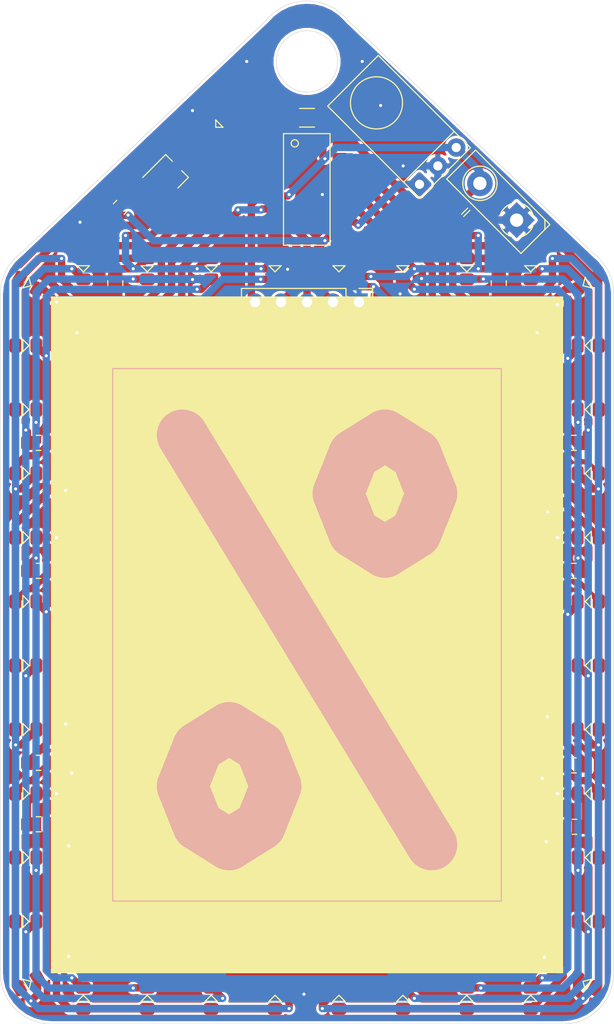
<source format=kicad_pcb>
(kicad_pcb (version 20171130) (host pcbnew 5.1.9+dfsg1-1+deb11u1)
  (layers (0 F.Cu signal) (31 B.Cu signal) (34 B.Paste user) (35 F.Paste user) (36 B.SilkS user) (37 F.SilkS user) (38 B.Mask user) (39 F.Mask user) (44 Edge.Cuts user))
  (net 0 "")
  (net 1 GND)
  (net 2 "Net-(D1-Pad2)")
  (net 3 "Net-(D1-Pad1)")
  (net 4 "Net-(D10-Pad2)")
  (net 5 "Net-(D11-Pad2)")
  (net 6 "Net-(D12-Pad2)")
  (net 7 "Net-(D13-Pad2)")
  (net 8 "Net-(D14-Pad2)")
  (net 9 "Net-(D15-Pad2)")
  (net 10 "Net-(D16-Pad2)")
  (net 11 "Net-(D10-Pad1)")
  (net 12 "Net-(D17-Pad1)")
  (net 13 "Net-(D25-Pad1)")
  (net 14 "Net-(D33-Pad1)")
  (net 15 +5V)
  (net 16 "Net-(D22-Pad2)")
  (net 17 "Net-(D5-Pad1)")
  (net 18 "Net-(D17-Pad2)")
  (net 19 "Net-(D13-Pad1)")
  (net 20 "Net-(D21-Pad1)")
  (net 21 "Net-(D29-Pad1)")
  (net 22 "Net-(D37-Pad1)")
  (net 23 "Net-(D41-Pad2)")
  (net 24 "Net-(D41-Pad1)")
  (net 25 "Net-(J1-Pad4)")
  (net 26 "Net-(J1-Pad3)")
  (net 27 "Net-(J1-Pad2)")
  (net 28 "Net-(Q1-Pad1)")
  (net 29 "Net-(U1-Pad10)")
  (module label1:SOP-16 (layer F.Cu) (at 55 43.5)
    (fp_text reference U1 hide)
    (fp_text value pfs154-s16 hide)
    (pad 16 smd rect (at 3.15 -4.45) (size 1.3 0.8) (layers F.Cu F.Paste F.Mask) (net 6 "Net-(D12-Pad2)"))
    (pad 15 smd rect (at 3.15 -3.17) (size 1.3 0.8) (layers F.Cu F.Paste F.Mask) (net 5 "Net-(D11-Pad2)"))
    (pad 14 smd rect (at 3.15 -1.91) (size 1.3 0.8) (layers F.Cu F.Paste F.Mask) (net 4 "Net-(D10-Pad2)"))
    (pad 13 smd rect (at 3.15 -0.64) (size 1.3 0.8) (layers F.Cu F.Paste F.Mask) (net 2 "Net-(D1-Pad2)"))
    (pad 12 smd rect (at 3.15 0.64) (size 1.3 0.8) (layers F.Cu F.Paste F.Mask) (net 1 GND))
    (pad 11 smd rect (at 3.15 1.91) (size 1.3 0.8) (layers F.Cu F.Paste F.Mask) (net 18 "Net-(D17-Pad2)"))
    (pad 10 smd rect (at 3.15 3.17) (size 1.3 0.8) (layers F.Cu F.Paste F.Mask) (net 29 "Net-(U1-Pad10)"))
    (pad 9 smd rect (at 3.15 4.45) (size 1.3 0.8) (layers F.Cu F.Paste F.Mask) (net 27 "Net-(J1-Pad2)"))
    (pad 8 smd rect (at -3.15 4.45) (size 1.3 0.8) (layers F.Cu F.Paste F.Mask) (net 25 "Net-(J1-Pad4)"))
    (pad 7 smd rect (at -3.15 3.17) (size 1.3 0.8) (layers F.Cu F.Paste F.Mask) (net 26 "Net-(J1-Pad3)"))
    (pad 6 smd rect (at -3.15 1.91) (size 1.3 0.8) (layers F.Cu F.Paste F.Mask) (net 10 "Net-(D16-Pad2)"))
    (pad 5 smd rect (at -3.15 0.64) (size 1.3 0.8) (layers F.Cu F.Paste F.Mask) (net 15 +5V))
    (pad 4 smd rect (at -3.15 -0.64) (size 1.3 0.8) (layers F.Cu F.Paste F.Mask) (net 9 "Net-(D15-Pad2)"))
    (pad 3 smd rect (at -3.15 -1.91) (size 1.3 0.8) (layers F.Cu F.Paste F.Mask) (net 8 "Net-(D14-Pad2)"))
    (pad 2 smd rect (at -3.15 -3.17) (size 1.3 0.8) (layers F.Cu F.Paste F.Mask) (net 16 "Net-(D22-Pad2)"))
    (pad 1 smd rect (at -3.15 -4.45) (size 1.3 0.8) (layers F.Cu F.Paste F.Mask) (net 7 "Net-(D13-Pad2)"))
  )
  (module label1:IR_receiver (layer F.Cu) (at 66 43 45)
    (fp_text reference U2 hide)
    (fp_text value TSDP341xx hide)
    (pad 3 thru_hole circle (at 5.08 0 45) (size 1.8 1.8) (drill 0.9) (layers *.Cu *.Mask) (net 15 +5V))
    (pad 2 thru_hole circle (at 2.54 0 45) (size 1.8 1.8) (drill 0.9) (layers *.Cu *.Mask) (net 1 GND))
    (pad 1 thru_hole roundrect (at 0 0 45) (size 1.8 1.8) (drill 0.9) (layers *.Cu *.Mask) (roundrect_rratio 0.138) (net 29 "Net-(U1-Pad10)"))
  )
  (module label1:SOT-23 (layer F.Cu) (at 41.75 41.75 45)
    (fp_text reference Q1 hide)
    (fp_text value Q_NMOS_GSD hide)
    (pad 3 smd rect (at 1.5 0 45) (size 1.9 0.8) (layers F.Cu F.Paste F.Mask) (net 24 "Net-(D41-Pad1)"))
    (pad 2 smd rect (at -1.5 0.95 45) (size 1.9 0.8) (layers F.Cu F.Paste F.Mask) (net 1 GND))
    (pad 1 smd rect (at -1.5 -0.95 45) (size 1.9 0.8) (layers F.Cu F.Paste F.Mask) (net 28 "Net-(Q1-Pad1)"))
  )
  (module label1:LED_2835 (layer F.Cu) (at 46.25 37.25 45)
    (fp_text reference D41 hide)
    (fp_text value LED hide)
    (pad 2 smd rect (at 1.5 0 45) (size 2.2 2.2) (layers F.Cu F.Paste F.Mask) (net 23 "Net-(D41-Pad2)"))
    (pad 1 smd rect (at -1.2 0 45) (size 1.6 2.2) (layers F.Cu F.Paste F.Mask) (net 24 "Net-(D41-Pad1)"))
  )
  (module label1:C_0805 (layer F.Cu) (at 70.5 45.75 315)
    (fp_text reference C1 hide)
    (fp_text value 100n hide)
    (pad 2 smd roundrect (at 1.1 0 315) (size 1.2 1.4) (layers F.Cu F.Paste F.Mask) (roundrect_rratio 0.208) (net 1 GND))
    (pad 1 smd roundrect (at -1.1 0 315) (size 1.2 1.4) (layers F.Cu F.Paste F.Mask) (roundrect_rratio 0.208) (net 15 +5V))
  )
  (module label1:R_1206 (layer F.Cu) (at 55 36.5 180)
    (fp_text reference R13 hide)
    (fp_text value 27 hide)
    (pad 2 smd roundrect (at 1.55 0 180) (size 1.3 1.75) (layers F.Cu F.Paste F.Mask) (roundrect_rratio 0.1923076923076923) (net 23 "Net-(D41-Pad2)"))
    (pad 1 smd roundrect (at -1.55 0 180) (size 1.3 1.75) (layers F.Cu F.Paste F.Mask) (roundrect_rratio 0.1923076923076923) (net 15 +5V))
  )
  (module label1:battcon (layer F.Cu) (at 75.5 46.5 135)
    (fp_text reference J2 hide)
    (fp_text value Conn_01x02_Male hide)
    (pad 2 thru_hole circle (at 5.08 0 135) (size 2.5 2.5) (drill 1.3) (layers *.Cu *.Mask) (net 15 +5V))
    (pad 1 thru_hole rect (at 0 0 135) (size 2.5 2.5) (drill 1.3) (layers *.Cu *.Mask) (net 1 GND))
  )
  (module label1:PinHeader_1x05 (layer F.Cu) (at 60.08 54.5 270)
    (fp_text reference J1 hide)
    (fp_text value Conn_01x05_Male hide)
    (pad 5 thru_hole oval (at 0 10.16 270) (size 1.7 1.7) (drill 1) (layers *.Cu *.Mask) (net 15 +5V))
    (pad 4 thru_hole oval (at 0 7.62 270) (size 1.7 1.7) (drill 1) (layers *.Cu *.Mask) (net 25 "Net-(J1-Pad4)"))
    (pad 3 thru_hole oval (at 0 5.08 270) (size 1.7 1.7) (drill 1) (layers *.Cu *.Mask) (net 26 "Net-(J1-Pad3)"))
    (pad 2 thru_hole oval (at 0 2.54 270) (size 1.7 1.7) (drill 1) (layers *.Cu *.Mask) (net 27 "Net-(J1-Pad2)"))
    (pad 1 thru_hole rect (at 0 0 270) (size 1.7 1.7) (drill 1) (layers *.Cu *.Mask) (net 1 GND))
  )
  (module label1:R_0805 (layer F.Cu) (at 36.75 45.25 45)
    (fp_text reference R12 hide)
    (fp_text value 1k hide)
    (pad 2 smd roundrect (at 1.1 0 45) (size 1.2 1.4) (layers F.Cu F.Paste F.Mask) (roundrect_rratio 0.208) (net 28 "Net-(Q1-Pad1)"))
    (pad 1 smd roundrect (at -1.1 0 45) (size 1.2 1.4) (layers F.Cu F.Paste F.Mask) (roundrect_rratio 0.208) (net 27 "Net-(J1-Pad2)"))
  )
  (module label1:R_0805 (layer F.Cu) (at 28.75 105.5 180)
    (fp_text reference R10 hide)
    (fp_text value 220 hide)
    (pad 2 smd roundrect (at 1.1 0 180) (size 1.2 1.4) (layers F.Cu F.Paste F.Mask) (roundrect_rratio 0.208) (net 22 "Net-(D37-Pad1)"))
    (pad 1 smd roundrect (at -1.1 0 180) (size 1.2 1.4) (layers F.Cu F.Paste F.Mask) (roundrect_rratio 0.208) (net 10 "Net-(D16-Pad2)"))
  )
  (module label1:R_0805 (layer F.Cu) (at 28.75 99.5 180)
    (fp_text reference R9 hide)
    (fp_text value 220 hide)
    (pad 2 smd roundrect (at 1.1 0 180) (size 1.2 1.4) (layers F.Cu F.Paste F.Mask) (roundrect_rratio 0.208) (net 21 "Net-(D29-Pad1)"))
    (pad 1 smd roundrect (at -1.1 0 180) (size 1.2 1.4) (layers F.Cu F.Paste F.Mask) (roundrect_rratio 0.208) (net 9 "Net-(D15-Pad2)"))
  )
  (module label1:R_0805 (layer F.Cu) (at 28.75 80.75 180)
    (fp_text reference R8 hide)
    (fp_text value 220 hide)
    (pad 2 smd roundrect (at 1.1 0 180) (size 1.2 1.4) (layers F.Cu F.Paste F.Mask) (roundrect_rratio 0.208) (net 20 "Net-(D21-Pad1)"))
    (pad 1 smd roundrect (at -1.1 0 180) (size 1.2 1.4) (layers F.Cu F.Paste F.Mask) (roundrect_rratio 0.208) (net 8 "Net-(D14-Pad2)"))
  )
  (module label1:R_0805 (layer F.Cu) (at 28.75 68.25 180)
    (fp_text reference R7 hide)
    (fp_text value 220 hide)
    (pad 2 smd roundrect (at 1.1 0 180) (size 1.2 1.4) (layers F.Cu F.Paste F.Mask) (roundrect_rratio 0.208) (net 19 "Net-(D13-Pad1)"))
    (pad 1 smd roundrect (at -1.1 0 180) (size 1.2 1.4) (layers F.Cu F.Paste F.Mask) (roundrect_rratio 0.208) (net 16 "Net-(D22-Pad2)"))
  )
  (module label1:R_0805 (layer F.Cu) (at 36.25 52.65 270)
    (fp_text reference R6 hide)
    (fp_text value 220 hide)
    (pad 2 smd roundrect (at 1.1 0 270) (size 1.2 1.4) (layers F.Cu F.Paste F.Mask) (roundrect_rratio 0.208) (net 17 "Net-(D5-Pad1)"))
    (pad 1 smd roundrect (at -1.1 0 270) (size 1.2 1.4) (layers F.Cu F.Paste F.Mask) (roundrect_rratio 0.208) (net 7 "Net-(D13-Pad2)"))
  )
  (module label1:R_0805 (layer F.Cu) (at 73.75 52.65 270)
    (fp_text reference R5 hide)
    (fp_text value 220 hide)
    (pad 2 smd roundrect (at 1.1 0 270) (size 1.2 1.4) (layers F.Cu F.Paste F.Mask) (roundrect_rratio 0.208) (net 14 "Net-(D33-Pad1)"))
    (pad 1 smd roundrect (at -1.1 0 270) (size 1.2 1.4) (layers F.Cu F.Paste F.Mask) (roundrect_rratio 0.208) (net 6 "Net-(D12-Pad2)"))
  )
  (module label1:R_0805 (layer F.Cu) (at 81.1 68.25)
    (fp_text reference R4 hide)
    (fp_text value 220 hide)
    (pad 2 smd roundrect (at 1.1 0) (size 1.2 1.4) (layers F.Cu F.Paste F.Mask) (roundrect_rratio 0.208) (net 13 "Net-(D25-Pad1)"))
    (pad 1 smd roundrect (at -1.1 0) (size 1.2 1.4) (layers F.Cu F.Paste F.Mask) (roundrect_rratio 0.208) (net 5 "Net-(D11-Pad2)"))
  )
  (module label1:R_0805 (layer F.Cu) (at 81.1 80.75)
    (fp_text reference R3 hide)
    (fp_text value 220 hide)
    (pad 2 smd roundrect (at 1.1 0) (size 1.2 1.4) (layers F.Cu F.Paste F.Mask) (roundrect_rratio 0.208) (net 12 "Net-(D17-Pad1)"))
    (pad 1 smd roundrect (at -1.1 0) (size 1.2 1.4) (layers F.Cu F.Paste F.Mask) (roundrect_rratio 0.208) (net 4 "Net-(D10-Pad2)"))
  )
  (module label1:R_0805 (layer F.Cu) (at 81.1 99.75)
    (fp_text reference R2 hide)
    (fp_text value 220 hide)
    (pad 2 smd roundrect (at 1.1 0) (size 1.2 1.4) (layers F.Cu F.Paste F.Mask) (roundrect_rratio 0.208) (net 11 "Net-(D10-Pad1)"))
    (pad 1 smd roundrect (at -1.1 0) (size 1.2 1.4) (layers F.Cu F.Paste F.Mask) (roundrect_rratio 0.208) (net 2 "Net-(D1-Pad2)"))
  )
  (module label1:R_0805 (layer F.Cu) (at 81.15 105.75)
    (fp_text reference R1 hide)
    (fp_text value 220 hide)
    (pad 2 smd roundrect (at 1.1 0) (size 1.2 1.4) (layers F.Cu F.Paste F.Mask) (roundrect_rratio 0.208) (net 3 "Net-(D1-Pad1)"))
    (pad 1 smd roundrect (at -1.1 0) (size 1.2 1.4) (layers F.Cu F.Paste F.Mask) (roundrect_rratio 0.208) (net 18 "Net-(D17-Pad2)"))
  )
  (module label1:D_0805 (layer F.Cu) (at 27.5 102.5 180)
    (fp_text reference D40 hide)
    (fp_text value LED_Small hide)
    (pad 2 smd roundrect (at 1.025 0 180) (size 1.15 1.4) (layers F.Cu F.Paste F.Mask) (roundrect_rratio 0.2173904347826087) (net 9 "Net-(D15-Pad2)"))
    (pad 1 smd roundrect (at -1.025 0 180) (size 1.15 1.4) (layers F.Cu F.Paste F.Mask) (roundrect_rratio 0.2173904347826087) (net 22 "Net-(D37-Pad1)"))
  )
  (module label1:D_0805 (layer F.Cu) (at 27.5 77.5 180)
    (fp_text reference D39 hide)
    (fp_text value LED_Small hide)
    (pad 2 smd roundrect (at 1.025 0 180) (size 1.15 1.4) (layers F.Cu F.Paste F.Mask) (roundrect_rratio 0.2173904347826087) (net 8 "Net-(D14-Pad2)"))
    (pad 1 smd roundrect (at -1.025 0 180) (size 1.15 1.4) (layers F.Cu F.Paste F.Mask) (roundrect_rratio 0.2173904347826087) (net 22 "Net-(D37-Pad1)"))
  )
  (module label1:D_0805 (layer F.Cu) (at 27.75 52.75 150)
    (fp_text reference D38 hide)
    (fp_text value LED_Small hide)
    (pad 2 smd roundrect (at 1.025 0 150) (size 1.15 1.4) (layers F.Cu F.Paste F.Mask) (roundrect_rratio 0.2173904347826087) (net 16 "Net-(D22-Pad2)"))
    (pad 1 smd roundrect (at -1.025 0 150) (size 1.15 1.4) (layers F.Cu F.Paste F.Mask) (roundrect_rratio 0.2173904347826087) (net 22 "Net-(D37-Pad1)"))
  )
  (module label1:D_0805 (layer F.Cu) (at 51.875 51.25 90)
    (fp_text reference D37 hide)
    (fp_text value LED_Small hide)
    (pad 2 smd roundrect (at 1.025 0 90) (size 1.15 1.4) (layers F.Cu F.Paste F.Mask) (roundrect_rratio 0.2173904347826087) (net 7 "Net-(D13-Pad2)"))
    (pad 1 smd roundrect (at -1.025 0 90) (size 1.15 1.4) (layers F.Cu F.Paste F.Mask) (roundrect_rratio 0.2173904347826087) (net 22 "Net-(D37-Pad1)"))
  )
  (module label1:D_0805 (layer F.Cu) (at 82.5 71.25)
    (fp_text reference D36 hide)
    (fp_text value LED_Small hide)
    (pad 2 smd roundrect (at 1.025 0) (size 1.15 1.4) (layers F.Cu F.Paste F.Mask) (roundrect_rratio 0.2173904347826087) (net 5 "Net-(D11-Pad2)"))
    (pad 1 smd roundrect (at -1.025 0) (size 1.15 1.4) (layers F.Cu F.Paste F.Mask) (roundrect_rratio 0.2173904347826087) (net 14 "Net-(D33-Pad1)"))
  )
  (module label1:D_0805 (layer F.Cu) (at 82.5 96.25)
    (fp_text reference D35 hide)
    (fp_text value LED_Small hide)
    (pad 2 smd roundrect (at 1.025 0) (size 1.15 1.4) (layers F.Cu F.Paste F.Mask) (roundrect_rratio 0.2173904347826087) (net 4 "Net-(D10-Pad2)"))
    (pad 1 smd roundrect (at -1.025 0) (size 1.15 1.4) (layers F.Cu F.Paste F.Mask) (roundrect_rratio 0.2173904347826087) (net 14 "Net-(D33-Pad1)"))
  )
  (module label1:D_0805 (layer F.Cu) (at 82.25 121 330)
    (fp_text reference D34 hide)
    (fp_text value LED_Small hide)
    (pad 2 smd roundrect (at 1.025 0 330) (size 1.15 1.4) (layers F.Cu F.Paste F.Mask) (roundrect_rratio 0.2173904347826087) (net 2 "Net-(D1-Pad2)"))
    (pad 1 smd roundrect (at -1.025 0 330) (size 1.15 1.4) (layers F.Cu F.Paste F.Mask) (roundrect_rratio 0.2173904347826087) (net 14 "Net-(D33-Pad1)"))
  )
  (module label1:D_0805 (layer F.Cu) (at 58.125 122.5 270)
    (fp_text reference D33 hide)
    (fp_text value LED_Small hide)
    (pad 2 smd roundrect (at 1.025 0 270) (size 1.15 1.4) (layers F.Cu F.Paste F.Mask) (roundrect_rratio 0.2173904347826087) (net 18 "Net-(D17-Pad2)"))
    (pad 1 smd roundrect (at -1.025 0 270) (size 1.15 1.4) (layers F.Cu F.Paste F.Mask) (roundrect_rratio 0.2173904347826087) (net 14 "Net-(D33-Pad1)"))
  )
  (module label1:D_0805 (layer F.Cu) (at 33.125 122.5 270)
    (fp_text reference D32 hide)
    (fp_text value LED_Small hide)
    (pad 2 smd roundrect (at 1.025 0 270) (size 1.15 1.4) (layers F.Cu F.Paste F.Mask) (roundrect_rratio 0.2173904347826087) (net 10 "Net-(D16-Pad2)"))
    (pad 1 smd roundrect (at -1.025 0 270) (size 1.15 1.4) (layers F.Cu F.Paste F.Mask) (roundrect_rratio 0.2173904347826087) (net 21 "Net-(D29-Pad1)"))
  )
  (module label1:D_0805 (layer F.Cu) (at 27.5 83.75 180)
    (fp_text reference D31 hide)
    (fp_text value LED_Small hide)
    (pad 2 smd roundrect (at 1.025 0 180) (size 1.15 1.4) (layers F.Cu F.Paste F.Mask) (roundrect_rratio 0.2173904347826087) (net 8 "Net-(D14-Pad2)"))
    (pad 1 smd roundrect (at -1.025 0 180) (size 1.15 1.4) (layers F.Cu F.Paste F.Mask) (roundrect_rratio 0.2173904347826087) (net 21 "Net-(D29-Pad1)"))
  )
  (module label1:D_0805 (layer F.Cu) (at 27.5 58.75 180)
    (fp_text reference D30 hide)
    (fp_text value LED_Small hide)
    (pad 2 smd roundrect (at 1.025 0 180) (size 1.15 1.4) (layers F.Cu F.Paste F.Mask) (roundrect_rratio 0.2173904347826087) (net 16 "Net-(D22-Pad2)"))
    (pad 1 smd roundrect (at -1.025 0 180) (size 1.15 1.4) (layers F.Cu F.Paste F.Mask) (roundrect_rratio 0.2173904347826087) (net 21 "Net-(D29-Pad1)"))
  )
  (module label1:D_0805 (layer F.Cu) (at 45.625 51.25 90)
    (fp_text reference D29 hide)
    (fp_text value LED_Small hide)
    (pad 2 smd roundrect (at 1.025 0 90) (size 1.15 1.4) (layers F.Cu F.Paste F.Mask) (roundrect_rratio 0.2173904347826087) (net 7 "Net-(D13-Pad2)"))
    (pad 1 smd roundrect (at -1.025 0 90) (size 1.15 1.4) (layers F.Cu F.Paste F.Mask) (roundrect_rratio 0.2173904347826087) (net 21 "Net-(D29-Pad1)"))
  )
  (module label1:D_0805 (layer F.Cu) (at 76.875 51.25 90)
    (fp_text reference D28 hide)
    (fp_text value LED_Small hide)
    (pad 2 smd roundrect (at 1.025 0 90) (size 1.15 1.4) (layers F.Cu F.Paste F.Mask) (roundrect_rratio 0.2173904347826087) (net 6 "Net-(D12-Pad2)"))
    (pad 1 smd roundrect (at -1.025 0 90) (size 1.15 1.4) (layers F.Cu F.Paste F.Mask) (roundrect_rratio 0.2173904347826087) (net 13 "Net-(D25-Pad1)"))
  )
  (module label1:D_0805 (layer F.Cu) (at 82.5 90)
    (fp_text reference D27 hide)
    (fp_text value LED_Small hide)
    (pad 2 smd roundrect (at 1.025 0) (size 1.15 1.4) (layers F.Cu F.Paste F.Mask) (roundrect_rratio 0.2173904347826087) (net 4 "Net-(D10-Pad2)"))
    (pad 1 smd roundrect (at -1.025 0) (size 1.15 1.4) (layers F.Cu F.Paste F.Mask) (roundrect_rratio 0.2173904347826087) (net 13 "Net-(D25-Pad1)"))
  )
  (module label1:D_0805 (layer F.Cu) (at 82.5 115)
    (fp_text reference D26 hide)
    (fp_text value LED_Small hide)
    (pad 2 smd roundrect (at 1.025 0) (size 1.15 1.4) (layers F.Cu F.Paste F.Mask) (roundrect_rratio 0.2173904347826087) (net 2 "Net-(D1-Pad2)"))
    (pad 1 smd roundrect (at -1.025 0) (size 1.15 1.4) (layers F.Cu F.Paste F.Mask) (roundrect_rratio 0.2173904347826087) (net 13 "Net-(D25-Pad1)"))
  )
  (module label1:D_0805 (layer F.Cu) (at 64.375 122.5 270)
    (fp_text reference D25 hide)
    (fp_text value LED_Small hide)
    (pad 2 smd roundrect (at 1.025 0 270) (size 1.15 1.4) (layers F.Cu F.Paste F.Mask) (roundrect_rratio 0.2173904347826087) (net 18 "Net-(D17-Pad2)"))
    (pad 1 smd roundrect (at -1.025 0 270) (size 1.15 1.4) (layers F.Cu F.Paste F.Mask) (roundrect_rratio 0.2173904347826087) (net 13 "Net-(D25-Pad1)"))
  )
  (module label1:D_0805 (layer F.Cu) (at 39.375 122.5 270)
    (fp_text reference D24 hide)
    (fp_text value LED_Small hide)
    (pad 2 smd roundrect (at 1.025 0 270) (size 1.15 1.4) (layers F.Cu F.Paste F.Mask) (roundrect_rratio 0.2173904347826087) (net 10 "Net-(D16-Pad2)"))
    (pad 1 smd roundrect (at -1.025 0 270) (size 1.15 1.4) (layers F.Cu F.Paste F.Mask) (roundrect_rratio 0.2173904347826087) (net 20 "Net-(D21-Pad1)"))
  )
  (module label1:D_0805 (layer F.Cu) (at 27.5 108.75 180)
    (fp_text reference D23 hide)
    (fp_text value LED_Small hide)
    (pad 2 smd roundrect (at 1.025 0 180) (size 1.15 1.4) (layers F.Cu F.Paste F.Mask) (roundrect_rratio 0.2173904347826087) (net 9 "Net-(D15-Pad2)"))
    (pad 1 smd roundrect (at -1.025 0 180) (size 1.15 1.4) (layers F.Cu F.Paste F.Mask) (roundrect_rratio 0.2173904347826087) (net 20 "Net-(D21-Pad1)"))
  )
  (module label1:D_0805 (layer F.Cu) (at 27.5 65 180)
    (fp_text reference D22 hide)
    (fp_text value LED_Small hide)
    (pad 2 smd roundrect (at 1.025 0 180) (size 1.15 1.4) (layers F.Cu F.Paste F.Mask) (roundrect_rratio 0.2173904347826087) (net 16 "Net-(D22-Pad2)"))
    (pad 1 smd roundrect (at -1.025 0 180) (size 1.15 1.4) (layers F.Cu F.Paste F.Mask) (roundrect_rratio 0.2173904347826087) (net 20 "Net-(D21-Pad1)"))
  )
  (module label1:D_0805 (layer F.Cu) (at 39.375 51.25 90)
    (fp_text reference D21 hide)
    (fp_text value LED_Small hide)
    (pad 2 smd roundrect (at 1.025 0 90) (size 1.15 1.4) (layers F.Cu F.Paste F.Mask) (roundrect_rratio 0.2173904347826087) (net 7 "Net-(D13-Pad2)"))
    (pad 1 smd roundrect (at -1.025 0 90) (size 1.15 1.4) (layers F.Cu F.Paste F.Mask) (roundrect_rratio 0.2173904347826087) (net 20 "Net-(D21-Pad1)"))
  )
  (module label1:D_0805 (layer F.Cu) (at 70.625 51.25 90)
    (fp_text reference D20 hide)
    (fp_text value LED_Small hide)
    (pad 2 smd roundrect (at 1.025 0 90) (size 1.15 1.4) (layers F.Cu F.Paste F.Mask) (roundrect_rratio 0.2173904347826087) (net 6 "Net-(D12-Pad2)"))
    (pad 1 smd roundrect (at -1.025 0 90) (size 1.15 1.4) (layers F.Cu F.Paste F.Mask) (roundrect_rratio 0.2173904347826087) (net 12 "Net-(D17-Pad1)"))
  )
  (module label1:D_0805 (layer F.Cu) (at 82.5 65)
    (fp_text reference D19 hide)
    (fp_text value LED_Small hide)
    (pad 2 smd roundrect (at 1.025 0) (size 1.15 1.4) (layers F.Cu F.Paste F.Mask) (roundrect_rratio 0.2173904347826087) (net 5 "Net-(D11-Pad2)"))
    (pad 1 smd roundrect (at -1.025 0) (size 1.15 1.4) (layers F.Cu F.Paste F.Mask) (roundrect_rratio 0.2173904347826087) (net 12 "Net-(D17-Pad1)"))
  )
  (module label1:D_0805 (layer F.Cu) (at 82.5 108.75)
    (fp_text reference D18 hide)
    (fp_text value LED_Small hide)
    (pad 2 smd roundrect (at 1.025 0) (size 1.15 1.4) (layers F.Cu F.Paste F.Mask) (roundrect_rratio 0.2173904347826087) (net 2 "Net-(D1-Pad2)"))
    (pad 1 smd roundrect (at -1.025 0) (size 1.15 1.4) (layers F.Cu F.Paste F.Mask) (roundrect_rratio 0.2173904347826087) (net 12 "Net-(D17-Pad1)"))
  )
  (module label1:D_0805 (layer F.Cu) (at 70.625 122.5 270)
    (fp_text reference D17 hide)
    (fp_text value LED_Small hide)
    (pad 2 smd roundrect (at 1.025 0 270) (size 1.15 1.4) (layers F.Cu F.Paste F.Mask) (roundrect_rratio 0.2173904347826087) (net 18 "Net-(D17-Pad2)"))
    (pad 1 smd roundrect (at -1.025 0 270) (size 1.15 1.4) (layers F.Cu F.Paste F.Mask) (roundrect_rratio 0.2173904347826087) (net 12 "Net-(D17-Pad1)"))
  )
  (module label1:D_0805 (layer F.Cu) (at 45.625 122.5 270)
    (fp_text reference D16 hide)
    (fp_text value LED_Small hide)
    (pad 2 smd roundrect (at 1.025 0 270) (size 1.15 1.4) (layers F.Cu F.Paste F.Mask) (roundrect_rratio 0.2173904347826087) (net 10 "Net-(D16-Pad2)"))
    (pad 1 smd roundrect (at -1.025 0 270) (size 1.15 1.4) (layers F.Cu F.Paste F.Mask) (roundrect_rratio 0.2173904347826087) (net 19 "Net-(D13-Pad1)"))
  )
  (module label1:D_0805 (layer F.Cu) (at 27.5 115 180)
    (fp_text reference D15 hide)
    (fp_text value LED_Small hide)
    (pad 2 smd roundrect (at 1.025 0 180) (size 1.15 1.4) (layers F.Cu F.Paste F.Mask) (roundrect_rratio 0.2173904347826087) (net 9 "Net-(D15-Pad2)"))
    (pad 1 smd roundrect (at -1.025 0 180) (size 1.15 1.4) (layers F.Cu F.Paste F.Mask) (roundrect_rratio 0.2173904347826087) (net 19 "Net-(D13-Pad1)"))
  )
  (module label1:D_0805 (layer F.Cu) (at 27.5 90 180)
    (fp_text reference D14 hide)
    (fp_text value LED_Small hide)
    (pad 2 smd roundrect (at 1.025 0 180) (size 1.15 1.4) (layers F.Cu F.Paste F.Mask) (roundrect_rratio 0.2173904347826087) (net 8 "Net-(D14-Pad2)"))
    (pad 1 smd roundrect (at -1.025 0 180) (size 1.15 1.4) (layers F.Cu F.Paste F.Mask) (roundrect_rratio 0.2173904347826087) (net 19 "Net-(D13-Pad1)"))
  )
  (module label1:D_0805 (layer F.Cu) (at 33.125 51.25 90)
    (fp_text reference D13 hide)
    (fp_text value LED_Small hide)
    (pad 2 smd roundrect (at 1.025 0 90) (size 1.15 1.4) (layers F.Cu F.Paste F.Mask) (roundrect_rratio 0.2173904347826087) (net 7 "Net-(D13-Pad2)"))
    (pad 1 smd roundrect (at -1.025 0 90) (size 1.15 1.4) (layers F.Cu F.Paste F.Mask) (roundrect_rratio 0.2173904347826087) (net 19 "Net-(D13-Pad1)"))
  )
  (module label1:D_0805 (layer F.Cu) (at 64.375 51.25 90)
    (fp_text reference D12 hide)
    (fp_text value LED_Small hide)
    (pad 2 smd roundrect (at 1.025 0 90) (size 1.15 1.4) (layers F.Cu F.Paste F.Mask) (roundrect_rratio 0.2173904347826087) (net 6 "Net-(D12-Pad2)"))
    (pad 1 smd roundrect (at -1.025 0 90) (size 1.15 1.4) (layers F.Cu F.Paste F.Mask) (roundrect_rratio 0.2173904347826087) (net 11 "Net-(D10-Pad1)"))
  )
  (module label1:D_0805 (layer F.Cu) (at 82.5 58.75)
    (fp_text reference D11 hide)
    (fp_text value LED_Small hide)
    (pad 2 smd roundrect (at 1.025 0) (size 1.15 1.4) (layers F.Cu F.Paste F.Mask) (roundrect_rratio 0.2173904347826087) (net 5 "Net-(D11-Pad2)"))
    (pad 1 smd roundrect (at -1.025 0) (size 1.15 1.4) (layers F.Cu F.Paste F.Mask) (roundrect_rratio 0.2173904347826087) (net 11 "Net-(D10-Pad1)"))
  )
  (module label1:D_0805 (layer F.Cu) (at 82.5 83.75)
    (fp_text reference D10 hide)
    (fp_text value LED_Small hide)
    (pad 2 smd roundrect (at 1.025 0) (size 1.15 1.4) (layers F.Cu F.Paste F.Mask) (roundrect_rratio 0.2173904347826087) (net 4 "Net-(D10-Pad2)"))
    (pad 1 smd roundrect (at -1.025 0) (size 1.15 1.4) (layers F.Cu F.Paste F.Mask) (roundrect_rratio 0.2173904347826087) (net 11 "Net-(D10-Pad1)"))
  )
  (module label1:D_0805 (layer F.Cu) (at 76.875 122.5 270)
    (fp_text reference D9 hide)
    (fp_text value LED_Small hide)
    (pad 2 smd roundrect (at 1.025 0 270) (size 1.15 1.4) (layers F.Cu F.Paste F.Mask) (roundrect_rratio 0.2173904347826087) (net 18 "Net-(D17-Pad2)"))
    (pad 1 smd roundrect (at -1.025 0 270) (size 1.15 1.4) (layers F.Cu F.Paste F.Mask) (roundrect_rratio 0.2173904347826087) (net 11 "Net-(D10-Pad1)"))
  )
  (module label1:D_0805 (layer F.Cu) (at 51.875 122.5 270)
    (fp_text reference D8 hide)
    (fp_text value LED_Small hide)
    (pad 2 smd roundrect (at 1.025 0 270) (size 1.15 1.4) (layers F.Cu F.Paste F.Mask) (roundrect_rratio 0.2173904347826087) (net 10 "Net-(D16-Pad2)"))
    (pad 1 smd roundrect (at -1.025 0 270) (size 1.15 1.4) (layers F.Cu F.Paste F.Mask) (roundrect_rratio 0.2173904347826087) (net 17 "Net-(D5-Pad1)"))
  )
  (module label1:D_0805 (layer F.Cu) (at 27.75 121 210)
    (fp_text reference D7 hide)
    (fp_text value LED_Small hide)
    (pad 2 smd roundrect (at 1.025 0 210) (size 1.15 1.4) (layers F.Cu F.Paste F.Mask) (roundrect_rratio 0.2173904347826087) (net 9 "Net-(D15-Pad2)"))
    (pad 1 smd roundrect (at -1.025 0 210) (size 1.15 1.4) (layers F.Cu F.Paste F.Mask) (roundrect_rratio 0.2173904347826087) (net 17 "Net-(D5-Pad1)"))
  )
  (module label1:D_0805 (layer F.Cu) (at 27.5 96.25 180)
    (fp_text reference D6 hide)
    (fp_text value LED_Small hide)
    (pad 2 smd roundrect (at 1.025 0 180) (size 1.15 1.4) (layers F.Cu F.Paste F.Mask) (roundrect_rratio 0.2173904347826087) (net 8 "Net-(D14-Pad2)"))
    (pad 1 smd roundrect (at -1.025 0 180) (size 1.15 1.4) (layers F.Cu F.Paste F.Mask) (roundrect_rratio 0.2173904347826087) (net 17 "Net-(D5-Pad1)"))
  )
  (module label1:D_0805 (layer F.Cu) (at 27.5 71.25 180)
    (fp_text reference D5 hide)
    (fp_text value LED_Small hide)
    (pad 2 smd roundrect (at 1.025 0 180) (size 1.15 1.4) (layers F.Cu F.Paste F.Mask) (roundrect_rratio 0.2173904347826087) (net 16 "Net-(D22-Pad2)"))
    (pad 1 smd roundrect (at -1.025 0 180) (size 1.15 1.4) (layers F.Cu F.Paste F.Mask) (roundrect_rratio 0.2173904347826087) (net 17 "Net-(D5-Pad1)"))
  )
  (module label1:D_0805 (layer F.Cu) (at 58.125 51.25 90)
    (fp_text reference D4 hide)
    (fp_text value LED_Small hide)
    (pad 2 smd roundrect (at 1.025 0 90) (size 1.15 1.4) (layers F.Cu F.Paste F.Mask) (roundrect_rratio 0.2173904347826087) (net 6 "Net-(D12-Pad2)"))
    (pad 1 smd roundrect (at -1.025 0 90) (size 1.15 1.4) (layers F.Cu F.Paste F.Mask) (roundrect_rratio 0.2173904347826087) (net 3 "Net-(D1-Pad1)"))
  )
  (module label1:D_0805 (layer F.Cu) (at 82.25 52.75 30)
    (fp_text reference D3 hide)
    (fp_text value LED_Small hide)
    (pad 2 smd roundrect (at 1.025 0 30) (size 1.15 1.4) (layers F.Cu F.Paste F.Mask) (roundrect_rratio 0.2173904347826087) (net 5 "Net-(D11-Pad2)"))
    (pad 1 smd roundrect (at -1.025 0 30) (size 1.15 1.4) (layers F.Cu F.Paste F.Mask) (roundrect_rratio 0.2173904347826087) (net 3 "Net-(D1-Pad1)"))
  )
  (module label1:D_0805 (layer F.Cu) (at 82.5 77.5)
    (fp_text reference D2 hide)
    (fp_text value LED_Small hide)
    (pad 2 smd roundrect (at 1.025 0) (size 1.15 1.4) (layers F.Cu F.Paste F.Mask) (roundrect_rratio 0.2173904347826087) (net 4 "Net-(D10-Pad2)"))
    (pad 1 smd roundrect (at -1.025 0) (size 1.15 1.4) (layers F.Cu F.Paste F.Mask) (roundrect_rratio 0.2173904347826087) (net 3 "Net-(D1-Pad1)"))
  )
  (module label1:D_0805 (layer F.Cu) (at 82.5 102.5)
    (fp_text reference D1 hide)
    (fp_text value LED_Small hide)
    (pad 2 smd roundrect (at 1.025 0) (size 1.15 1.4) (layers F.Cu F.Paste F.Mask) (roundrect_rratio 0.2173904347826087) (net 2 "Net-(D1-Pad2)"))
    (pad 1 smd roundrect (at -1.025 0) (size 1.15 1.4) (layers F.Cu F.Paste F.Mask) (roundrect_rratio 0.2173904347826087) (net 3 "Net-(D1-Pad1)"))
  )
  (gr_poly (pts (xy 80 120) (xy 30 120) (xy 30 54) (xy 80 54)) (layer F.SilkS) (width 0.1))
  (gr_text % (at 55 89.25) (layer B.SilkS) (effects (font (size 40 32) (thickness 5)) (justify mirror)))
  (gr_line (start 36 61) (end 36 113) (layer B.SilkS) (width 0.12))
  (gr_line (start 74 61) (end 36 61) (layer B.SilkS) (width 0.12))
  (gr_line (start 74 113) (end 74 61) (layer B.SilkS) (width 0.12))
  (gr_line (start 36 113) (end 74 113) (layer B.SilkS) (width 0.12))
  (gr_text hackwinkel.nl (at 55 118.6) (layer B.Cu) (effects (font (size 1.5 1.5) (thickness 0.3)) (justify mirror)))
  (gr_text "(c)2023 Theo Borm" (at 55.1 115) (layer B.Cu) (effects (font (size 1.5 1.5) (thickness 0.3)) (justify mirror)))
  (gr_arc (start 55 30.25) (end 58.999999 27) (angle -101.8122838) (layer Edge.Cuts) (width 0.05))
  (gr_arc (start 30 53.75) (end 27 49.750001) (angle -53.13010694) (layer Edge.Cuts) (width 0.05))
  (gr_arc (start 80 53.75) (end 85 53.75) (angle -53.13010235) (layer Edge.Cuts) (width 0.05))
  (gr_line (start 25 120) (end 25 53.75) (layer Edge.Cuts) (width 0.05))
  (gr_line (start 85 120) (end 85 53.75) (layer Edge.Cuts) (width 0.05))
  (gr_arc (start 80 120) (end 80 125) (angle -90) (layer Edge.Cuts) (width 0.05))
  (gr_arc (start 30 120) (end 25 120) (angle -90) (layer Edge.Cuts) (width 0.05))
  (gr_line (start 80 125) (end 30 125) (layer Edge.Cuts) (width 0.05))
  (gr_line (start 58.999999 27) (end 83 49.75) (layer Edge.Cuts) (width 0.05))
  (gr_line (start 51 27.000001) (end 27 49.750001) (layer Edge.Cuts) (width 0.05))
  (gr_circle (center 55 31) (end 58 31) (layer Edge.Cuts) (width 0.05))
  (segment (start 75.5 46.5) (end 75 46.5) (width 0.72) (layer F.Cu) (net 1))
  (segment (start 75.483623 46.483623) (end 75.5 46.5) (width 0.72) (layer F.Cu) (net 1))
  (segment (start 71.233623 46.483623) (end 75.483623 46.483623) (width 0.72) (layer F.Cu) (net 1))
  (via (at 56.5 44) (size 0.5) (drill 0.3) (layers F.Cu B.Cu) (net 1))
  (segment (start 58.15 44.14) (end 56.64 44.14) (width 0.72) (layer F.Cu) (net 1))
  (segment (start 56.64 44.14) (end 56.5 44) (width 0.72) (layer F.Cu) (net 1))
  (segment (start 59.296051 41.203949) (end 56.5 44) (width 0.72) (layer B.Cu) (net 1))
  (segment (start 67.796051 41.203949) (end 64.396051 41.203949) (width 0.72) (layer B.Cu) (net 1))
  (segment (start 71.25 46.5) (end 75.5 46.5) (width 0.72) (layer B.Cu) (net 1))
  (segment (start 67.796051 43.046051) (end 71.25 46.5) (width 0.72) (layer B.Cu) (net 1))
  (segment (start 67.796051 41.203949) (end 67.796051 43.046051) (width 0.72) (layer B.Cu) (net 1))
  (segment (start 58 45.5) (end 56.5 44) (width 0.72) (layer B.Cu) (net 1))
  (segment (start 58 52.42) (end 58 45.5) (width 0.72) (layer B.Cu) (net 1))
  (segment (start 60.08 54.5) (end 58 52.42) (width 0.72) (layer B.Cu) (net 1))
  (segment (start 54.75 42.25) (end 56.5 44) (width 0.72) (layer F.Cu) (net 1))
  (segment (start 53.18501 37.93501) (end 54.75 39.5) (width 0.72) (layer F.Cu) (net 1))
  (segment (start 48.31499 37.93501) (end 53.18501 37.93501) (width 0.72) (layer F.Cu) (net 1))
  (segment (start 54.75 39.5) (end 54.75 42.25) (width 0.72) (layer F.Cu) (net 1))
  (segment (start 42.767588 43.482412) (end 48.31499 37.93501) (width 0.72) (layer F.Cu) (net 1))
  (segment (start 41.361091 43.482412) (end 42.767588 43.482412) (width 0.72) (layer F.Cu) (net 1))
  (via (at 77.5 57.5) (size 0.5) (drill 0.3) (layers F.Cu B.Cu) (net 1))
  (via (at 32.5 57.5) (size 0.5) (drill 0.3) (layers F.Cu B.Cu) (net 1))
  (via (at 32 100.5) (size 0.5) (drill 0.3) (layers F.Cu B.Cu) (net 1))
  (via (at 78 101) (size 0.5) (drill 0.3) (layers F.Cu B.Cu) (net 1))
  (via (at 78.5 95) (size 0.5) (drill 0.3) (layers F.Cu B.Cu) (net 1))
  (via (at 78.5 75) (size 0.5) (drill 0.3) (layers F.Cu B.Cu) (net 1))
  (via (at 31.4 72.9) (size 0.5) (drill 0.3) (layers F.Cu B.Cu) (net 1))
  (via (at 31.4 95.7) (size 0.5) (drill 0.3) (layers F.Cu B.Cu) (net 1))
  (via (at 53.1 51.3) (size 0.5) (drill 0.3) (layers F.Cu B.Cu) (net 1))
  (via (at 78.2 118.5) (size 0.5) (drill 0.3) (layers F.Cu B.Cu) (net 1))
  (via (at 31.7 118.4) (size 0.5) (drill 0.3) (layers F.Cu B.Cu) (net 1))
  (via (at 31.7 107.6) (size 0.5) (drill 0.3) (layers F.Cu B.Cu) (net 1))
  (via (at 78.4 107.2) (size 0.5) (drill 0.3) (layers F.Cu B.Cu) (net 1))
  (via (at 54.7 122.1) (size 0.5) (drill 0.3) (layers F.Cu B.Cu) (net 1))
  (via (at 62.2 35.3) (size 0.5) (drill 0.3) (layers F.Cu B.Cu) (net 1))
  (segment (start 64.396051 41.203949) (end 59.296051 41.203949) (width 0.72) (layer B.Cu) (net 1))
  (via (at 64.396051 41.203949) (size 0.5) (drill 0.3) (layers F.Cu B.Cu) (net 1))
  (via (at 32.8 46.7) (size 0.5) (drill 0.3) (layers F.Cu B.Cu) (net 1))
  (via (at 43.8 35.8) (size 0.5) (drill 0.3) (layers F.Cu B.Cu) (net 1))
  (via (at 49.1 31) (size 0.5) (drill 0.3) (layers F.Cu B.Cu) (net 1))
  (via (at 60.4 31) (size 0.5) (drill 0.3) (layers F.Cu B.Cu) (net 1))
  (via (at 64.1 53.7) (size 0.5) (drill 0.3) (layers F.Cu B.Cu) (net 1))
  (via (at 66.2 52.2) (size 0.5) (drill 0.3) (layers F.Cu B.Cu) (net 1))
  (via (at 43.8 52.3) (size 0.5) (drill 0.3) (layers F.Cu B.Cu) (net 1))
  (segment (start 83.525 121.125176) (end 83.137676 121.5125) (width 0.72) (layer F.Cu) (net 2))
  (segment (start 83.525 102.5) (end 83.525 121.125176) (width 0.72) (layer F.Cu) (net 2))
  (segment (start 81.48999 101.23999) (end 80 99.75) (width 0.72) (layer F.Cu) (net 2))
  (segment (start 82.26499 101.23999) (end 81.48999 101.23999) (width 0.72) (layer F.Cu) (net 2))
  (segment (start 83.525 102.5) (end 82.26499 101.23999) (width 0.72) (layer F.Cu) (net 2))
  (segment (start 77.5 97.25) (end 80 99.75) (width 0.72) (layer F.Cu) (net 2))
  (segment (start 68.25 53.5) (end 77.5 62.75) (width 0.72) (layer F.Cu) (net 2))
  (segment (start 77.5 62.75) (end 77.5 97.25) (width 0.72) (layer F.Cu) (net 2))
  (segment (start 68.25 50.5) (end 68.25 53.5) (width 0.72) (layer F.Cu) (net 2))
  (segment (start 64 48) (end 65.75 48) (width 0.72) (layer F.Cu) (net 2))
  (segment (start 58.86 42.86) (end 64 48) (width 0.72) (layer F.Cu) (net 2))
  (segment (start 65.75 48) (end 68.25 50.5) (width 0.72) (layer F.Cu) (net 2))
  (segment (start 58.15 42.86) (end 58.86 42.86) (width 0.72) (layer F.Cu) (net 2))
  (via (at 79.5 77.5) (size 0.5) (drill 0.3) (layers F.Cu B.Cu) (net 3))
  (segment (start 81.475 77.5) (end 79.5 77.5) (width 0.72) (layer F.Cu) (net 3))
  (segment (start 82.25 103.275) (end 81.475 102.5) (width 0.72) (layer F.Cu) (net 3))
  (segment (start 82.25 105.75) (end 82.25 103.275) (width 0.72) (layer F.Cu) (net 3))
  (segment (start 79.5 77.5) (end 79.5 100.5) (width 0.72) (layer B.Cu) (net 3))
  (segment (start 79.5 100.5) (end 79.5 102.5) (width 0.72) (layer B.Cu) (net 3))
  (via (at 79.5 102.5) (size 0.5) (drill 0.3) (layers F.Cu B.Cu) (net 3))
  (segment (start 81.475 102.5) (end 79.5 102.5) (width 0.72) (layer F.Cu) (net 3))
  (via (at 79.500004 54.75) (size 0.5) (drill 0.3) (layers F.Cu B.Cu) (net 3))
  (segment (start 79.5 77.5) (end 79.5 54.750004) (width 0.72) (layer B.Cu) (net 3))
  (segment (start 79.5 54.750004) (end 79.500004 54.75) (width 0.72) (layer B.Cu) (net 3))
  (segment (start 79.500004 53.999996) (end 79.500004 54.75) (width 0.72) (layer F.Cu) (net 3))
  (segment (start 80.25 53.25) (end 79.500004 53.999996) (width 0.72) (layer F.Cu) (net 3))
  (segment (start 81.349824 53.25) (end 80.25 53.25) (width 0.72) (layer F.Cu) (net 3))
  (segment (start 81.362324 53.2625) (end 81.349824 53.25) (width 0.72) (layer F.Cu) (net 3))
  (via (at 61.499998 52.999996) (size 0.5) (drill 0.3) (layers F.Cu B.Cu) (net 3))
  (segment (start 63.250002 54.75) (end 61.499998 52.999996) (width 0.72) (layer B.Cu) (net 3))
  (segment (start 79.500004 54.75) (end 63.250002 54.75) (width 0.72) (layer B.Cu) (net 3))
  (segment (start 58.125 52.275) (end 58.849996 52.999996) (width 0.72) (layer F.Cu) (net 3))
  (segment (start 58.849996 52.999996) (end 61.499998 52.999996) (width 0.72) (layer F.Cu) (net 3))
  (segment (start 83.525 77.5) (end 83.525 96.25) (width 0.72) (layer F.Cu) (net 4))
  (segment (start 81.15001 81.90001) (end 80 80.75) (width 0.5) (layer F.Cu) (net 4))
  (segment (start 81.67501 81.90001) (end 81.15001 81.90001) (width 0.5) (layer F.Cu) (net 4))
  (segment (start 83.525 83.75) (end 81.67501 81.90001) (width 0.5) (layer F.Cu) (net 4))
  (segment (start 78.5 72.475) (end 83.525 77.5) (width 0.72) (layer F.Cu) (net 4))
  (segment (start 78.5 62.25) (end 78.5 72.475) (width 0.72) (layer F.Cu) (net 4))
  (segment (start 69.25 50) (end 69.25 53) (width 0.72) (layer F.Cu) (net 4))
  (segment (start 69.25 53) (end 78.5 62.25) (width 0.72) (layer F.Cu) (net 4))
  (segment (start 66.25 47) (end 69.25 50) (width 0.72) (layer F.Cu) (net 4))
  (segment (start 64.5 47) (end 66.25 47) (width 0.72) (layer F.Cu) (net 4))
  (segment (start 59.09 41.59) (end 64.5 47) (width 0.72) (layer F.Cu) (net 4))
  (segment (start 58.15 41.59) (end 59.09 41.59) (width 0.72) (layer F.Cu) (net 4))
  (segment (start 83.525 52.624824) (end 83.137676 52.2375) (width 0.72) (layer F.Cu) (net 5))
  (segment (start 83.525 71.25) (end 83.525 52.624824) (width 0.72) (layer F.Cu) (net 5))
  (segment (start 81.84999 70.09999) (end 80 68.25) (width 0.5) (layer F.Cu) (net 5))
  (segment (start 82.37499 70.09999) (end 81.84999 70.09999) (width 0.5) (layer F.Cu) (net 5))
  (segment (start 83.525 71.25) (end 82.37499 70.09999) (width 0.5) (layer F.Cu) (net 5))
  (segment (start 80 68.25) (end 79.75 68.25) (width 0.5) (layer F.Cu) (net 5))
  (segment (start 79.900176 49) (end 83.137676 52.2375) (width 0.72) (layer F.Cu) (net 5))
  (segment (start 66.75 46) (end 69.75 49) (width 0.72) (layer F.Cu) (net 5))
  (segment (start 65 46) (end 66.75 46) (width 0.72) (layer F.Cu) (net 5))
  (segment (start 59.33 40.33) (end 65 46) (width 0.72) (layer F.Cu) (net 5))
  (segment (start 69.75 49) (end 79.900176 49) (width 0.72) (layer F.Cu) (net 5))
  (segment (start 58.15 40.33) (end 59.33 40.33) (width 0.72) (layer F.Cu) (net 5))
  (via (at 71.75 51.25) (size 0.5) (drill 0.3) (layers F.Cu B.Cu) (net 6))
  (segment (start 73.45 51.25) (end 73.75 51.55) (width 0.72) (layer F.Cu) (net 6))
  (segment (start 71.75 51.25) (end 73.45 51.25) (width 0.72) (layer F.Cu) (net 6))
  (segment (start 70.625 50.225) (end 76.875 50.225) (width 0.72) (layer F.Cu) (net 6))
  (segment (start 72.425 50.225) (end 70.625 50.225) (width 0.72) (layer F.Cu) (net 6))
  (segment (start 73.75 51.55) (end 72.425 50.225) (width 0.72) (layer F.Cu) (net 6))
  (segment (start 64.475 50.225) (end 65.5 51.25) (width 0.72) (layer F.Cu) (net 6))
  (segment (start 64.375 50.225) (end 64.475 50.225) (width 0.72) (layer F.Cu) (net 6))
  (segment (start 65.5 51.25) (end 71.75 51.25) (width 0.72) (layer B.Cu) (net 6))
  (via (at 65.5 51.25) (size 0.5) (drill 0.3) (layers F.Cu B.Cu) (net 6))
  (via (at 71.75 48) (size 0.5) (drill 0.3) (layers F.Cu B.Cu) (net 6))
  (segment (start 71.75 48) (end 71.75 51.25) (width 0.72) (layer B.Cu) (net 6))
  (segment (start 67.25 45) (end 70.25 48) (width 0.72) (layer F.Cu) (net 6))
  (segment (start 65.625 45) (end 67.25 45) (width 0.72) (layer F.Cu) (net 6))
  (segment (start 70.25 48) (end 71.75 48) (width 0.72) (layer F.Cu) (net 6))
  (segment (start 59.675 39.05) (end 65.625 45) (width 0.72) (layer F.Cu) (net 6))
  (segment (start 58.15 39.05) (end 59.675 39.05) (width 0.72) (layer F.Cu) (net 6))
  (via (at 61.25 52) (size 0.5) (drill 0.3) (layers F.Cu B.Cu) (net 6))
  (segment (start 64.75 52) (end 61.25 52) (width 0.72) (layer B.Cu) (net 6))
  (segment (start 59.9 52) (end 61.25 52) (width 0.72) (layer F.Cu) (net 6))
  (segment (start 65.5 51.25) (end 64.75 52) (width 0.72) (layer B.Cu) (net 6))
  (segment (start 58.125 50.225) (end 59.9 52) (width 0.72) (layer F.Cu) (net 6))
  (via (at 38 51.25) (size 0.5) (drill 0.3) (layers F.Cu B.Cu) (net 7))
  (segment (start 38.35 51.25) (end 39.375 50.225) (width 0.72) (layer F.Cu) (net 7))
  (segment (start 38 51.25) (end 38.35 51.25) (width 0.72) (layer F.Cu) (net 7))
  (segment (start 44.25 51.25) (end 44.25 51.25) (width 0.72) (layer F.Cu) (net 7))
  (segment (start 44.25 51.25) (end 45.275 50.225) (width 0.72) (layer F.Cu) (net 7))
  (via (at 44.25 51.25) (size 0.5) (drill 0.3) (layers F.Cu B.Cu) (net 7))
  (segment (start 39.375 50.225) (end 33.125 50.225) (width 0.72) (layer F.Cu) (net 7))
  (segment (start 36.55 51.25) (end 38 51.25) (width 0.72) (layer F.Cu) (net 7))
  (segment (start 36.25 51.55) (end 36.55 51.25) (width 0.72) (layer F.Cu) (net 7))
  (segment (start 38 51.25) (end 50.5 51.25) (width 0.72) (layer B.Cu) (net 7))
  (via (at 50.500014 51.25) (size 0.5) (drill 0.3) (layers F.Cu B.Cu) (net 7))
  (segment (start 51.875 50.225) (end 50.85 51.25) (width 0.72) (layer F.Cu) (net 7))
  (segment (start 50.85 51.25) (end 50.500014 51.25) (width 0.72) (layer F.Cu) (net 7))
  (segment (start 51.85 39.05) (end 48.7 39.05) (width 0.72) (layer F.Cu) (net 7))
  (segment (start 48.7 39.05) (end 41 46.75) (width 0.72) (layer F.Cu) (net 7))
  (via (at 37.25 48) (size 0.5) (drill 0.3) (layers F.Cu B.Cu) (net 7))
  (segment (start 39.75 48) (end 37.25 48) (width 0.72) (layer F.Cu) (net 7))
  (segment (start 41 46.75) (end 39.75 48) (width 0.72) (layer F.Cu) (net 7))
  (segment (start 37.25 50.5) (end 38 51.25) (width 0.72) (layer B.Cu) (net 7))
  (segment (start 37.25 48) (end 37.25 50.5) (width 0.72) (layer B.Cu) (net 7))
  (segment (start 26.475 96.25) (end 26.475 77.5) (width 0.72) (layer F.Cu) (net 8))
  (segment (start 28.11001 82.48999) (end 29.85 80.75) (width 0.72) (layer F.Cu) (net 8))
  (segment (start 27.73501 82.48999) (end 28.11001 82.48999) (width 0.72) (layer F.Cu) (net 8))
  (segment (start 26.475 83.75) (end 27.73501 82.48999) (width 0.72) (layer F.Cu) (net 8))
  (segment (start 49.16 41.59) (end 51.85 41.59) (width 0.72) (layer F.Cu) (net 8))
  (segment (start 40.75 50) (end 49.16 41.59) (width 0.72) (layer F.Cu) (net 8))
  (segment (start 40.75 53) (end 40.75 50) (width 0.72) (layer F.Cu) (net 8))
  (segment (start 31.25 62.5) (end 40.75 53) (width 0.72) (layer F.Cu) (net 8))
  (segment (start 31.25 71.44891) (end 31.25 62.5) (width 0.72) (layer F.Cu) (net 8))
  (segment (start 26.475 76.22391) (end 31.25 71.44891) (width 0.72) (layer F.Cu) (net 8))
  (segment (start 26.475 77.5) (end 26.475 76.22391) (width 0.72) (layer F.Cu) (net 8))
  (segment (start 26.475 121.125176) (end 26.862324 121.5125) (width 0.72) (layer F.Cu) (net 9))
  (segment (start 26.475 102.5) (end 26.475 121.125176) (width 0.72) (layer F.Cu) (net 9))
  (segment (start 28.11001 101.23999) (end 29.85 99.5) (width 0.72) (layer F.Cu) (net 9))
  (segment (start 27.73501 101.23999) (end 28.11001 101.23999) (width 0.72) (layer F.Cu) (net 9))
  (segment (start 26.475 102.5) (end 27.73501 101.23999) (width 0.72) (layer F.Cu) (net 9))
  (segment (start 29.85 99.4) (end 29.85 99.5) (width 0.72) (layer F.Cu) (net 9))
  (segment (start 32.25 97) (end 29.85 99.4) (width 0.72) (layer F.Cu) (net 9))
  (segment (start 32.25 63) (end 32.25 97) (width 0.72) (layer F.Cu) (net 9))
  (segment (start 41.75 53.5) (end 32.25 63) (width 0.72) (layer F.Cu) (net 9))
  (segment (start 41.75 50.59) (end 41.75 53.5) (width 0.72) (layer F.Cu) (net 9))
  (segment (start 49.48 42.86) (end 41.75 50.59) (width 0.72) (layer F.Cu) (net 9))
  (segment (start 51.85 42.86) (end 49.48 42.86) (width 0.72) (layer F.Cu) (net 9))
  (segment (start 51.875 123.525) (end 33.125 123.525) (width 0.72) (layer F.Cu) (net 10))
  (segment (start 33.1 123.5) (end 33.125 123.525) (width 0.72) (layer F.Cu) (net 10))
  (segment (start 31.75 123.5) (end 33.1 123.5) (width 0.72) (layer F.Cu) (net 10))
  (segment (start 30.5 122.25) (end 31.75 123.5) (width 0.72) (layer F.Cu) (net 10))
  (segment (start 30.5 120.5) (end 30.5 122.25) (width 0.72) (layer F.Cu) (net 10))
  (segment (start 29.85 119.85) (end 30.5 120.5) (width 0.72) (layer F.Cu) (net 10))
  (segment (start 29.85 105.5) (end 29.85 119.85) (width 0.72) (layer F.Cu) (net 10))
  (via (at 50.5 45.5) (size 0.5) (drill 0.3) (layers F.Cu B.Cu) (net 10))
  (segment (start 50.59 45.41) (end 50.5 45.5) (width 0.72) (layer F.Cu) (net 10))
  (segment (start 51.85 45.41) (end 50.59 45.41) (width 0.72) (layer F.Cu) (net 10))
  (segment (start 50.5 45.5) (end 48.25 45.5) (width 0.72) (layer B.Cu) (net 10))
  (via (at 48.25 45.5) (size 0.5) (drill 0.3) (layers F.Cu B.Cu) (net 10))
  (segment (start 42.75 51.17947) (end 48.25 45.67947) (width 0.72) (layer F.Cu) (net 10))
  (segment (start 42.75 54) (end 42.75 51.17947) (width 0.72) (layer F.Cu) (net 10))
  (segment (start 33.25 63.5) (end 42.75 54) (width 0.72) (layer F.Cu) (net 10))
  (segment (start 33.25 102.7) (end 33.25 63.5) (width 0.72) (layer F.Cu) (net 10))
  (segment (start 30.45 105.5) (end 33.25 102.7) (width 0.72) (layer F.Cu) (net 10))
  (segment (start 48.25 45.67947) (end 48.25 45.5) (width 0.72) (layer F.Cu) (net 10))
  (segment (start 29.85 105.5) (end 30.45 105.5) (width 0.72) (layer F.Cu) (net 10))
  (segment (start 76.875 121.475) (end 76.965 121.475) (width 0.72) (layer F.Cu) (net 11))
  (via (at 80.5 60) (size 0.5) (drill 0.3) (layers F.Cu B.Cu) (net 11))
  (segment (start 81.475 59.025) (end 80.5 60) (width 0.72) (layer F.Cu) (net 11))
  (segment (start 81.475 58.75) (end 81.475 59.025) (width 0.72) (layer F.Cu) (net 11))
  (via (at 80.5 85) (size 0.5) (drill 0.3) (layers F.Cu B.Cu) (net 11))
  (segment (start 81.475 83.75) (end 81.475 84.025) (width 0.72) (layer F.Cu) (net 11))
  (segment (start 80.5 85) (end 80.5 60) (width 0.72) (layer B.Cu) (net 11))
  (segment (start 81.475 84.025) (end 80.5 85) (width 0.72) (layer F.Cu) (net 11))
  (segment (start 82.2 99.75) (end 82.2 99.45) (width 0.72) (layer F.Cu) (net 11))
  (segment (start 80.33999 85.16001) (end 80.5 85) (width 0.72) (layer F.Cu) (net 11))
  (segment (start 80.33999 97.58999) (end 80.33999 85.16001) (width 0.72) (layer F.Cu) (net 11))
  (segment (start 82.2 99.45) (end 80.33999 97.58999) (width 0.72) (layer F.Cu) (net 11))
  (segment (start 64.375 52.275) (end 64.525 52.275) (width 0.72) (layer F.Cu) (net 11))
  (segment (start 64.525 52.275) (end 65.5 53.25) (width 0.72) (layer F.Cu) (net 11))
  (segment (start 79.5 53.25) (end 65.5 53.25) (width 0.72) (layer B.Cu) (net 11))
  (segment (start 80.5 54.25) (end 79.5 53.25) (width 0.72) (layer B.Cu) (net 11))
  (segment (start 80.5 60) (end 80.5 54.25) (width 0.72) (layer B.Cu) (net 11))
  (via (at 65.5 53.25) (size 0.5) (drill 0.3) (layers F.Cu B.Cu) (net 11))
  (via (at 78 120.500026) (size 0.5) (drill 0.3) (layers F.Cu B.Cu) (net 11))
  (segment (start 77.849974 120.500026) (end 78 120.500026) (width 0.72) (layer F.Cu) (net 11))
  (segment (start 76.875 121.475) (end 77.849974 120.500026) (width 0.72) (layer F.Cu) (net 11))
  (segment (start 79.499974 120.500026) (end 78 120.500026) (width 0.72) (layer B.Cu) (net 11))
  (segment (start 80.5 119.5) (end 79.499974 120.500026) (width 0.72) (layer B.Cu) (net 11))
  (segment (start 80.5 85) (end 80.5 119.5) (width 0.72) (layer B.Cu) (net 11))
  (via (at 72 121.5) (size 0.5) (drill 0.3) (layers F.Cu B.Cu) (net 12))
  (segment (start 71.975 121.475) (end 72 121.5) (width 0.72) (layer F.Cu) (net 12))
  (segment (start 70.625 121.475) (end 71.975 121.475) (width 0.72) (layer F.Cu) (net 12))
  (segment (start 72 121.5) (end 80 121.5) (width 0.72) (layer B.Cu) (net 12))
  (segment (start 80 121.5) (end 81.5 120) (width 0.72) (layer B.Cu) (net 12))
  (segment (start 81.5 120) (end 81.5 115.5) (width 0.72) (layer B.Cu) (net 12))
  (via (at 72.25 52.25) (size 0.5) (drill 0.3) (layers F.Cu B.Cu) (net 12))
  (segment (start 80 52.25) (end 72.25 52.25) (width 0.72) (layer B.Cu) (net 12))
  (segment (start 81.5 53.75) (end 80 52.25) (width 0.72) (layer B.Cu) (net 12))
  (segment (start 70.65 52.25) (end 70.625 52.275) (width 0.72) (layer F.Cu) (net 12))
  (segment (start 72.25 52.25) (end 70.65 52.25) (width 0.72) (layer F.Cu) (net 12))
  (via (at 81.5 66.25) (size 0.5) (drill 0.3) (layers F.Cu B.Cu) (net 12))
  (segment (start 81.475 66.225) (end 81.5 66.25) (width 0.72) (layer F.Cu) (net 12))
  (segment (start 81.475 65) (end 81.475 66.225) (width 0.72) (layer F.Cu) (net 12))
  (segment (start 81.5 66.25) (end 81.5 53.75) (width 0.72) (layer B.Cu) (net 12))
  (via (at 81.5 110) (size 0.5) (drill 0.3) (layers F.Cu B.Cu) (net 12))
  (segment (start 81.475 109.975) (end 81.5 110) (width 0.72) (layer F.Cu) (net 12))
  (segment (start 81.475 108.75) (end 81.475 109.975) (width 0.72) (layer F.Cu) (net 12))
  (segment (start 81.5 110) (end 81.5 99) (width 0.72) (layer B.Cu) (net 12))
  (segment (start 81.5 115.5) (end 81.5 110) (width 0.72) (layer B.Cu) (net 12))
  (segment (start 82.2 80.2) (end 81.5 79.5) (width 0.5) (layer F.Cu) (net 12))
  (segment (start 82.2 80.75) (end 82.2 80.2) (width 0.5) (layer F.Cu) (net 12))
  (via (at 81.5 79.5) (size 0.5) (drill 0.3) (layers F.Cu B.Cu) (net 12))
  (segment (start 81.5 79.5) (end 81.5 66.25) (width 0.72) (layer B.Cu) (net 12))
  (segment (start 81.5 99) (end 81.5 79.5) (width 0.72) (layer B.Cu) (net 12))
  (via (at 65.5 122.5) (size 0.5) (drill 0.3) (layers F.Cu B.Cu) (net 13))
  (segment (start 64.475 121.475) (end 65.5 122.5) (width 0.72) (layer F.Cu) (net 13))
  (segment (start 64.375 121.475) (end 64.475 121.475) (width 0.72) (layer F.Cu) (net 13))
  (via (at 78 51.25) (size 0.5) (drill 0.3) (layers F.Cu B.Cu) (net 13))
  (segment (start 77.9 51.25) (end 76.875 52.275) (width 0.72) (layer F.Cu) (net 13))
  (segment (start 78 51.25) (end 77.9 51.25) (width 0.72) (layer F.Cu) (net 13))
  (segment (start 80.5 122.5) (end 82.5 120.5) (width 0.72) (layer B.Cu) (net 13))
  (segment (start 65.5 122.5) (end 80.5 122.5) (width 0.72) (layer B.Cu) (net 13))
  (segment (start 81.5 115) (end 82.5 116) (width 0.72) (layer F.Cu) (net 13))
  (segment (start 81.475 115) (end 81.5 115) (width 0.72) (layer F.Cu) (net 13))
  (via (at 82.5 116) (size 0.5) (drill 0.3) (layers F.Cu B.Cu) (net 13))
  (segment (start 82.5 120.5) (end 82.5 116) (width 0.72) (layer B.Cu) (net 13))
  (via (at 82.5 91) (size 0.5) (drill 0.3) (layers F.Cu B.Cu) (net 13))
  (segment (start 81.5 90) (end 82.5 91) (width 0.72) (layer F.Cu) (net 13))
  (segment (start 81.475 90) (end 81.5 90) (width 0.72) (layer F.Cu) (net 13))
  (segment (start 82.5 116) (end 82.5 91) (width 0.72) (layer B.Cu) (net 13))
  (segment (start 82.2 67.3) (end 82.5 67) (width 0.5) (layer F.Cu) (net 13))
  (segment (start 82.2 68.25) (end 82.2 67.3) (width 0.5) (layer F.Cu) (net 13))
  (via (at 82.5 67) (size 0.5) (drill 0.3) (layers F.Cu B.Cu) (net 13))
  (segment (start 82.5 91) (end 82.5 67) (width 0.72) (layer B.Cu) (net 13))
  (segment (start 80.448908 51.25) (end 78 51.25) (width 0.72) (layer B.Cu) (net 13))
  (segment (start 82.5 67) (end 82.5 53.301092) (width 0.72) (layer B.Cu) (net 13))
  (segment (start 82.5 53.301092) (end 80.448908 51.25) (width 0.72) (layer B.Cu) (net 13))
  (via (at 56.5 123.5) (size 0.5) (drill 0.3) (layers F.Cu B.Cu) (net 14))
  (segment (start 56.5 123.1) (end 56.5 123.5) (width 0.72) (layer F.Cu) (net 14))
  (segment (start 58.125 121.475) (end 56.5 123.1) (width 0.72) (layer F.Cu) (net 14))
  (segment (start 56.5 123.5) (end 81 123.5) (width 0.72) (layer B.Cu) (net 14))
  (via (at 83.5 72.75) (size 0.5) (drill 0.3) (layers F.Cu B.Cu) (net 14))
  (segment (start 82.975 72.75) (end 81.475 71.25) (width 0.72) (layer F.Cu) (net 14))
  (segment (start 83.5 72.75) (end 82.975 72.75) (width 0.72) (layer F.Cu) (net 14))
  (via (at 82 122.5) (size 0.5) (drill 0.3) (layers F.Cu B.Cu) (net 14))
  (segment (start 81.362324 121.862324) (end 82 122.5) (width 0.72) (layer F.Cu) (net 14))
  (segment (start 81.362324 120.4875) (end 81.362324 121.862324) (width 0.72) (layer F.Cu) (net 14))
  (segment (start 82 122.5) (end 83.5 121) (width 0.72) (layer B.Cu) (net 14))
  (segment (start 81 123.5) (end 82 122.5) (width 0.72) (layer B.Cu) (net 14))
  (via (at 83.5 97.75) (size 0.5) (drill 0.3) (layers F.Cu B.Cu) (net 14))
  (segment (start 82.975 97.75) (end 83.5 97.75) (width 0.72) (layer F.Cu) (net 14))
  (segment (start 81.475 96.25) (end 82.975 97.75) (width 0.72) (layer F.Cu) (net 14))
  (segment (start 83.5 97.75) (end 83.5 72.75) (width 0.72) (layer B.Cu) (net 14))
  (segment (start 83.5 121) (end 83.5 97.75) (width 0.72) (layer B.Cu) (net 14))
  (via (at 79 50.25) (size 0.5) (drill 0.3) (layers F.Cu B.Cu) (net 14))
  (segment (start 73.75 53.75) (end 77.75 53.75) (width 0.72) (layer F.Cu) (net 14))
  (segment (start 83.5 52.896447) (end 80.853553 50.25) (width 0.72) (layer B.Cu) (net 14))
  (segment (start 83.5 72.75) (end 83.5 52.896447) (width 0.72) (layer B.Cu) (net 14))
  (segment (start 80.853553 50.25) (end 79 50.25) (width 0.72) (layer B.Cu) (net 14))
  (segment (start 77.75 53.75) (end 79 52.5) (width 0.72) (layer F.Cu) (net 14))
  (segment (start 79 52.5) (end 79 50.25) (width 0.72) (layer F.Cu) (net 14))
  (segment (start 69.766377 45.016377) (end 69.766377 44.983623) (width 0.72) (layer F.Cu) (net 15))
  (segment (start 71.874856 42.907898) (end 69.766377 45.016377) (width 0.72) (layer F.Cu) (net 15))
  (segment (start 71.907898 42.907898) (end 71.874856 42.907898) (width 0.72) (layer F.Cu) (net 15))
  (segment (start 71.907898 41.723694) (end 69.592102 39.407898) (width 0.72) (layer B.Cu) (net 15))
  (segment (start 71.907898 42.907898) (end 71.907898 41.723694) (width 0.72) (layer B.Cu) (net 15))
  (via (at 53.249998 43.999998) (size 0.5) (drill 0.3) (layers F.Cu B.Cu) (net 15))
  (segment (start 53.109996 44.14) (end 53.249998 43.999998) (width 0.72) (layer F.Cu) (net 15))
  (segment (start 69.592102 39.407898) (end 57.842098 39.407898) (width 0.72) (layer B.Cu) (net 15))
  (segment (start 51.85 44.14) (end 53.109996 44.14) (width 0.72) (layer F.Cu) (net 15))
  (segment (start 50.36 44.14) (end 51.85 44.14) (width 0.72) (layer F.Cu) (net 15))
  (segment (start 49.554986 44.945014) (end 50.36 44.14) (width 0.72) (layer F.Cu) (net 15))
  (segment (start 49.554986 54.134986) (end 49.554986 44.945014) (width 0.72) (layer F.Cu) (net 15))
  (segment (start 49.92 54.5) (end 49.554986 54.134986) (width 0.72) (layer F.Cu) (net 15))
  (via (at 56.749998 40.499998) (size 0.5) (drill 0.3) (layers F.Cu B.Cu) (net 15))
  (segment (start 56.55 40.3) (end 56.749998 40.499998) (width 0.72) (layer F.Cu) (net 15))
  (segment (start 56.55 36.5) (end 56.55 40.3) (width 0.72) (layer F.Cu) (net 15))
  (segment (start 56.749998 40.499998) (end 53.249998 43.999998) (width 0.72) (layer B.Cu) (net 15))
  (segment (start 57.842098 39.407898) (end 56.749998 40.499998) (width 0.72) (layer B.Cu) (net 15))
  (segment (start 28.58999 69.51001) (end 29.85 68.25) (width 0.72) (layer F.Cu) (net 16))
  (segment (start 27.51499 69.51001) (end 28.58999 69.51001) (width 0.72) (layer F.Cu) (net 16))
  (segment (start 26.475 70.55) (end 27.51499 69.51001) (width 0.72) (layer F.Cu) (net 16))
  (segment (start 26.475 71.25) (end 26.475 70.55) (width 0.72) (layer F.Cu) (net 16))
  (segment (start 26.475 52.624824) (end 26.862324 52.2375) (width 0.72) (layer F.Cu) (net 16))
  (segment (start 26.475 71.25) (end 26.475 52.624824) (width 0.72) (layer F.Cu) (net 16))
  (segment (start 48.92 40.33) (end 51.85 40.33) (width 0.72) (layer F.Cu) (net 16))
  (segment (start 40.25 49) (end 48.92 40.33) (width 0.72) (layer F.Cu) (net 16))
  (segment (start 30.099824 49) (end 40.25 49) (width 0.72) (layer F.Cu) (net 16))
  (segment (start 26.862324 52.2375) (end 30.099824 49) (width 0.72) (layer F.Cu) (net 16))
  (via (at 53.25 123.5) (size 0.5) (drill 0.3) (layers F.Cu B.Cu) (net 17))
  (segment (start 53.25 122.85) (end 53.25 123.5) (width 0.72) (layer F.Cu) (net 17))
  (segment (start 51.875 121.475) (end 53.25 122.85) (width 0.72) (layer F.Cu) (net 17))
  (segment (start 53.25 123.5) (end 28.75 123.5) (width 0.72) (layer B.Cu) (net 17))
  (segment (start 28.637676 122.112324) (end 28 122.75) (width 0.72) (layer F.Cu) (net 17))
  (via (at 28 122.75) (size 0.5) (drill 0.3) (layers F.Cu B.Cu) (net 17))
  (segment (start 28.637676 120.4875) (end 28.637676 122.112324) (width 0.72) (layer F.Cu) (net 17))
  (segment (start 28 122.75) (end 26.5 121.25) (width 0.72) (layer B.Cu) (net 17))
  (segment (start 28.75 123.5) (end 28 122.75) (width 0.72) (layer B.Cu) (net 17))
  (segment (start 27.025 97.75) (end 26.5 97.75) (width 0.72) (layer F.Cu) (net 17))
  (segment (start 28.525 96.25) (end 27.025 97.75) (width 0.72) (layer F.Cu) (net 17))
  (via (at 26.5 97.75) (size 0.5) (drill 0.3) (layers F.Cu B.Cu) (net 17))
  (segment (start 26.5 121.25) (end 26.5 97.75) (width 0.72) (layer B.Cu) (net 17))
  (via (at 26.5 72.75) (size 0.5) (drill 0.3) (layers F.Cu B.Cu) (net 17))
  (segment (start 27.025 72.75) (end 26.5 72.75) (width 0.72) (layer F.Cu) (net 17))
  (segment (start 28.525 71.25) (end 27.025 72.75) (width 0.72) (layer F.Cu) (net 17))
  (segment (start 26.5 97.75) (end 26.5 72.75) (width 0.72) (layer B.Cu) (net 17))
  (segment (start 31 52.25) (end 31 50.25) (width 0.72) (layer F.Cu) (net 17))
  (segment (start 32.5 53.75) (end 31 52.25) (width 0.72) (layer F.Cu) (net 17))
  (segment (start 36.25 53.75) (end 32.5 53.75) (width 0.72) (layer F.Cu) (net 17))
  (segment (start 28.75 50.25) (end 31 50.25) (width 0.72) (layer B.Cu) (net 17))
  (segment (start 26.5 52.5) (end 28.75 50.25) (width 0.72) (layer B.Cu) (net 17))
  (segment (start 26.5 72.75) (end 26.5 52.5) (width 0.72) (layer B.Cu) (net 17))
  (segment (start 31 50.25) (end 31 50.25) (width 0.72) (layer F.Cu) (net 17))
  (via (at 31 50.25) (size 0.5) (drill 0.3) (layers F.Cu B.Cu) (net 17))
  (segment (start 76.875 123.525) (end 58.125 123.525) (width 0.72) (layer F.Cu) (net 18))
  (segment (start 80.05 120.35) (end 80.05 105.75) (width 0.72) (layer F.Cu) (net 18))
  (segment (start 76.875 123.525) (end 80.05 120.35) (width 0.72) (layer F.Cu) (net 18))
  (segment (start 79.45 105.75) (end 80.05 105.75) (width 0.72) (layer F.Cu) (net 18))
  (segment (start 65.25 49) (end 67.25 51) (width 0.72) (layer F.Cu) (net 18))
  (segment (start 76.5 102.8) (end 79.45 105.75) (width 0.72) (layer F.Cu) (net 18))
  (segment (start 67.25 51) (end 67.25 54) (width 0.72) (layer F.Cu) (net 18))
  (segment (start 63.5 49) (end 65.25 49) (width 0.72) (layer F.Cu) (net 18))
  (segment (start 76.5 63.25) (end 76.5 102.8) (width 0.72) (layer F.Cu) (net 18))
  (segment (start 59.91 45.41) (end 63.5 49) (width 0.72) (layer F.Cu) (net 18))
  (segment (start 67.25 54) (end 76.5 63.25) (width 0.72) (layer F.Cu) (net 18))
  (segment (start 58.15 45.41) (end 59.91 45.41) (width 0.72) (layer F.Cu) (net 18))
  (via (at 46.75 122.5) (size 0.5) (drill 0.3) (layers F.Cu B.Cu) (net 19))
  (segment (start 45.725 121.475) (end 46.75 122.5) (width 0.72) (layer F.Cu) (net 19))
  (segment (start 45.625 121.475) (end 45.725 121.475) (width 0.72) (layer F.Cu) (net 19))
  (segment (start 46.75 122.5) (end 29.25 122.5) (width 0.72) (layer B.Cu) (net 19))
  (segment (start 29.25 122.5) (end 27.5 120.75) (width 0.72) (layer B.Cu) (net 19))
  (via (at 32 51.25) (size 0.5) (drill 0.3) (layers F.Cu B.Cu) (net 19))
  (segment (start 29.25 51.25) (end 32 51.25) (width 0.72) (layer B.Cu) (net 19))
  (segment (start 27.5 53) (end 29.25 51.25) (width 0.72) (layer B.Cu) (net 19))
  (segment (start 32.1 51.25) (end 33.125 52.275) (width 0.72) (layer F.Cu) (net 19))
  (segment (start 32 51.25) (end 32.1 51.25) (width 0.72) (layer F.Cu) (net 19))
  (via (at 27.5 116) (size 0.5) (drill 0.3) (layers F.Cu B.Cu) (net 19))
  (segment (start 28.5 115) (end 27.5 116) (width 0.72) (layer F.Cu) (net 19))
  (segment (start 27.5 116) (end 27.5 98.5) (width 0.72) (layer B.Cu) (net 19))
  (segment (start 28.525 115) (end 28.5 115) (width 0.72) (layer F.Cu) (net 19))
  (segment (start 27.5 120.75) (end 27.5 116) (width 0.72) (layer B.Cu) (net 19))
  (segment (start 28.5 90) (end 27.5 91) (width 0.72) (layer F.Cu) (net 19))
  (segment (start 28.525 90) (end 28.5 90) (width 0.72) (layer F.Cu) (net 19))
  (segment (start 27.5 91) (end 27.5 87.75) (width 0.72) (layer B.Cu) (net 19))
  (via (at 27.5 91) (size 0.5) (drill 0.3) (layers F.Cu B.Cu) (net 19))
  (segment (start 27.5 98.5) (end 27.5 91) (width 0.72) (layer B.Cu) (net 19))
  (segment (start 27.65 67.15) (end 27.5 67) (width 0.72) (layer F.Cu) (net 19))
  (via (at 27.5 67) (size 0.5) (drill 0.3) (layers F.Cu B.Cu) (net 19))
  (segment (start 27.65 68.25) (end 27.65 67.15) (width 0.72) (layer F.Cu) (net 19))
  (segment (start 27.5 67) (end 27.5 53) (width 0.72) (layer B.Cu) (net 19))
  (segment (start 27.5 87.75) (end 27.5 67) (width 0.72) (layer B.Cu) (net 19))
  (via (at 38 121.5) (size 0.5) (drill 0.3) (layers F.Cu B.Cu) (net 20))
  (segment (start 38.025 121.475) (end 38 121.5) (width 0.72) (layer F.Cu) (net 20))
  (segment (start 39.375 121.475) (end 38.025 121.475) (width 0.72) (layer F.Cu) (net 20))
  (segment (start 38 121.5) (end 29.75 121.5) (width 0.72) (layer B.Cu) (net 20))
  (segment (start 29.75 121.5) (end 28.5 120.25) (width 0.72) (layer B.Cu) (net 20))
  (segment (start 28.5 120.25) (end 28.5 113.75) (width 0.72) (layer B.Cu) (net 20))
  (segment (start 28.5 53.75) (end 28.5 53.5) (width 0.72) (layer B.Cu) (net 20))
  (via (at 38 52.25) (size 0.5) (drill 0.3) (layers F.Cu B.Cu) (net 20))
  (segment (start 29.75 52.25) (end 38 52.25) (width 0.72) (layer B.Cu) (net 20))
  (segment (start 28.5 53.5) (end 29.75 52.25) (width 0.72) (layer B.Cu) (net 20))
  (segment (start 39.35 52.25) (end 39.375 52.275) (width 0.72) (layer F.Cu) (net 20))
  (segment (start 38 52.25) (end 39.35 52.25) (width 0.72) (layer F.Cu) (net 20))
  (via (at 28.5 110) (size 0.5) (drill 0.3) (layers F.Cu B.Cu) (net 20))
  (segment (start 28.525 109.975) (end 28.5 110) (width 0.72) (layer F.Cu) (net 20))
  (segment (start 28.525 108.75) (end 28.525 109.975) (width 0.72) (layer F.Cu) (net 20))
  (segment (start 28.5 113.75) (end 28.5 110) (width 0.72) (layer B.Cu) (net 20))
  (via (at 28.5 66.25) (size 0.5) (drill 0.3) (layers F.Cu B.Cu) (net 20))
  (segment (start 28.525 66.225) (end 28.5 66.25) (width 0.72) (layer F.Cu) (net 20))
  (segment (start 28.5 66.25) (end 28.5 53.75) (width 0.72) (layer B.Cu) (net 20))
  (segment (start 28.525 65) (end 28.525 66.225) (width 0.72) (layer F.Cu) (net 20))
  (via (at 28.5 79.5) (size 0.5) (drill 0.3) (layers F.Cu B.Cu) (net 20))
  (segment (start 27.65 80.35) (end 28.5 79.5) (width 0.72) (layer F.Cu) (net 20))
  (segment (start 27.65 80.75) (end 27.65 80.35) (width 0.72) (layer F.Cu) (net 20))
  (segment (start 28.5 79.5) (end 28.5 66.25) (width 0.72) (layer B.Cu) (net 20))
  (segment (start 28.5 110) (end 28.5 79.5) (width 0.72) (layer B.Cu) (net 20))
  (via (at 32 120.5) (size 0.5) (drill 0.3) (layers F.Cu B.Cu) (net 21))
  (segment (start 32.975 121.475) (end 32 120.5) (width 0.72) (layer F.Cu) (net 21))
  (segment (start 33.125 121.475) (end 32.975 121.475) (width 0.72) (layer F.Cu) (net 21))
  (segment (start 32 120.5) (end 30.25 120.5) (width 0.72) (layer B.Cu) (net 21))
  (segment (start 30.25 120.5) (end 29.5 119.75) (width 0.72) (layer B.Cu) (net 21))
  (segment (start 29.5 119.75) (end 29.5 117.25) (width 0.72) (layer B.Cu) (net 21))
  (segment (start 29.5 59.75) (end 29.5 54) (width 0.72) (layer B.Cu) (net 21))
  (segment (start 29.5 54) (end 30.25 53.25) (width 0.72) (layer B.Cu) (net 21))
  (via (at 44.25 53.25) (size 0.5) (drill 0.3) (layers F.Cu B.Cu) (net 21))
  (segment (start 30.25 53.25) (end 44.25 53.25) (width 0.72) (layer B.Cu) (net 21))
  (segment (start 44.65 53.25) (end 45.625 52.275) (width 0.72) (layer F.Cu) (net 21))
  (segment (start 44.25 53.25) (end 44.65 53.25) (width 0.72) (layer F.Cu) (net 21))
  (via (at 29.5 59.75) (size 0.5) (drill 0.3) (layers F.Cu B.Cu) (net 21))
  (segment (start 28.525 58.775) (end 29.5 59.75) (width 0.72) (layer F.Cu) (net 21))
  (segment (start 28.525 58.75) (end 28.525 58.775) (width 0.72) (layer F.Cu) (net 21))
  (segment (start 28.525 83.775) (end 29.5 84.75) (width 0.72) (layer F.Cu) (net 21))
  (segment (start 28.525 83.75) (end 28.525 83.775) (width 0.72) (layer F.Cu) (net 21))
  (via (at 29.5 84.75) (size 0.5) (drill 0.3) (layers F.Cu B.Cu) (net 21))
  (segment (start 29.5 84.75) (end 29.5 59.75) (width 0.72) (layer B.Cu) (net 21))
  (segment (start 29.5 117.25) (end 29.5 84.75) (width 0.72) (layer B.Cu) (net 21))
  (segment (start 29.66001 84.91001) (end 29.5 84.75) (width 0.72) (layer F.Cu) (net 21))
  (segment (start 29.66001 97.48999) (end 29.66001 84.91001) (width 0.72) (layer F.Cu) (net 21))
  (segment (start 27.65 99.5) (end 29.66001 97.48999) (width 0.72) (layer F.Cu) (net 21))
  (via (at 30.5 102.5) (size 0.5) (drill 0.3) (layers F.Cu B.Cu) (net 22))
  (segment (start 28.525 102.5) (end 30.5 102.5) (width 0.72) (layer F.Cu) (net 22))
  (via (at 30.5 54.5) (size 0.5) (drill 0.3) (layers F.Cu B.Cu) (net 22))
  (segment (start 29.2625 53.2625) (end 30.5 54.5) (width 0.72) (layer F.Cu) (net 22))
  (segment (start 28.637676 53.2625) (end 29.2625 53.2625) (width 0.72) (layer F.Cu) (net 22))
  (via (at 30.5 77.5) (size 0.5) (drill 0.3) (layers F.Cu B.Cu) (net 22))
  (segment (start 28.525 77.5) (end 30.5 77.5) (width 0.72) (layer F.Cu) (net 22))
  (segment (start 30.5 77.5) (end 30.5 54.5) (width 0.72) (layer B.Cu) (net 22))
  (segment (start 30.5 102.5) (end 30.5 77.5) (width 0.72) (layer B.Cu) (net 22))
  (segment (start 27.65 103.375) (end 28.525 102.5) (width 0.72) (layer F.Cu) (net 22))
  (segment (start 27.65 105.5) (end 27.65 103.375) (width 0.72) (layer F.Cu) (net 22))
  (segment (start 51.875 52.275) (end 50.474996 52.275) (width 0.72) (layer F.Cu) (net 22))
  (via (at 50.474996 52.275) (size 0.5) (drill 0.3) (layers F.Cu B.Cu) (net 22))
  (segment (start 44.75 54.25) (end 46.725 52.275) (width 0.72) (layer B.Cu) (net 22))
  (segment (start 30.75 54.25) (end 44.75 54.25) (width 0.72) (layer B.Cu) (net 22))
  (segment (start 46.725 52.275) (end 50.474996 52.275) (width 0.72) (layer B.Cu) (net 22))
  (segment (start 30.5 54.5) (end 30.75 54.25) (width 0.72) (layer B.Cu) (net 22))
  (segment (start 47.62132 36.5) (end 47.31066 36.18934) (width 0.72) (layer F.Cu) (net 23))
  (segment (start 53.45 36.5) (end 47.62132 36.5) (width 0.72) (layer F.Cu) (net 23))
  (segment (start 42.81066 40.68934) (end 45.18934 38.31066) (width 0.72) (layer F.Cu) (net 24))
  (segment (start 54 52.96) (end 52.46 54.5) (width 0.72) (layer F.Cu) (net 25))
  (segment (start 54 49) (end 54 52.96) (width 0.72) (layer F.Cu) (net 25))
  (segment (start 52.95 47.95) (end 54 49) (width 0.72) (layer F.Cu) (net 25))
  (segment (start 51.85 47.95) (end 52.95 47.95) (width 0.72) (layer F.Cu) (net 25))
  (segment (start 55 48.5) (end 55 54.5) (width 0.72) (layer F.Cu) (net 26))
  (segment (start 53.17 46.67) (end 55 48.5) (width 0.72) (layer F.Cu) (net 26))
  (segment (start 51.85 46.67) (end 53.17 46.67) (width 0.72) (layer F.Cu) (net 26))
  (segment (start 57.3 47.95) (end 58.15 47.95) (width 0.72) (layer F.Cu) (net 27))
  (segment (start 56 49.25) (end 56.75 48.5) (width 0.72) (layer F.Cu) (net 27))
  (segment (start 56 52.96) (end 56 49.25) (width 0.72) (layer F.Cu) (net 27))
  (segment (start 57.54 54.5) (end 56 52.96) (width 0.72) (layer F.Cu) (net 27))
  (segment (start 56.75 48.5) (end 57.3 47.95) (width 0.72) (layer F.Cu) (net 27))
  (via (at 56.75 48.5) (size 0.5) (drill 0.3) (layers F.Cu B.Cu) (net 27))
  (via (at 37.499996 46) (size 0.5) (drill 0.3) (layers F.Cu B.Cu) (net 27))
  (segment (start 37.472179 46.027817) (end 37.499996 46) (width 0.72) (layer F.Cu) (net 27))
  (segment (start 35.972183 46.027817) (end 37.472179 46.027817) (width 0.72) (layer F.Cu) (net 27))
  (segment (start 56.75 48.5) (end 39.999996 48.5) (width 0.72) (layer B.Cu) (net 27))
  (segment (start 39.999996 48.5) (end 37.499996 46) (width 0.72) (layer B.Cu) (net 27))
  (segment (start 39.861091 42.138909) (end 37.527817 44.472183) (width 0.72) (layer F.Cu) (net 28))
  (segment (start 40.017588 42.138909) (end 39.861091 42.138909) (width 0.72) (layer F.Cu) (net 28))
  (via (at 60 47) (size 0.5) (drill 0.3) (layers F.Cu B.Cu) (net 29))
  (segment (start 58.15 46.67) (end 59.67 46.67) (width 0.72) (layer F.Cu) (net 29))
  (segment (start 64 43) (end 60 47) (width 0.72) (layer B.Cu) (net 29))
  (segment (start 66 43) (end 64 43) (width 0.72) (layer B.Cu) (net 29))
  (segment (start 59.67 46.67) (end 60 47) (width 0.72) (layer F.Cu) (net 29))
  (zone (net 1) (net_name GND) (layer F.Cu) (connect_pads (clearance 0.25)) (min_thickness 0.25) (fill yes (arc_segments 32) (thermal_gap 0.3) (thermal_bridge_width 0.5))
    (polygon (pts (xy 85 125) (xy 25 125) (xy 25 25) (xy 85 25)))
  )
  (zone (net 1) (net_name GND) (layer B.Cu) (connect_pads (clearance 0.25)) (min_thickness 0.25) (fill yes (arc_segments 32) (thermal_gap 0.3) (thermal_bridge_width 0.5))
    (polygon (pts (xy 85 125) (xy 25 125) (xy 25 25) (xy 85 25)))
  )
)
</source>
